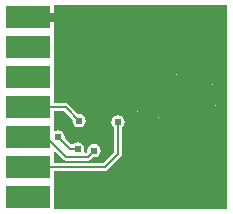
<source format=gbl>
G04 Layer_Physical_Order=2*
G04 Layer_Color=11436288*
%FSLAX25Y25*%
%MOIN*%
G70*
G01*
G75*
%ADD10R,0.15000X0.07600*%
%ADD16C,0.00600*%
%ADD20C,0.02400*%
G36*
X178929Y447724D02*
X178929Y447724D01*
Y445276D01*
X178929Y445276D01*
Y413571D01*
X121000D01*
Y422300D01*
X121000D01*
Y422700D01*
X121000D01*
Y426174D01*
X138000D01*
X138507Y426275D01*
X138937Y426563D01*
X143437Y431063D01*
X143725Y431493D01*
X143825Y432000D01*
Y440740D01*
X144086Y440914D01*
X144572Y441642D01*
X144743Y442500D01*
X144572Y443358D01*
X144086Y444086D01*
X143358Y444572D01*
X142500Y444743D01*
X141642Y444572D01*
X140914Y444086D01*
X140428Y443358D01*
X140257Y442500D01*
X140428Y441642D01*
X140914Y440914D01*
X141174Y440740D01*
Y432549D01*
X137451Y428826D01*
X121000D01*
Y432300D01*
X121000D01*
Y432418D01*
X121500Y432625D01*
X124063Y430063D01*
X124493Y429775D01*
X125000Y429674D01*
X132500D01*
X133007Y429775D01*
X133437Y430063D01*
X134193Y430818D01*
X134500Y430757D01*
X135358Y430928D01*
X136086Y431414D01*
X136572Y432142D01*
X136743Y433000D01*
X136572Y433858D01*
X136086Y434586D01*
X135358Y435072D01*
X134500Y435243D01*
X133642Y435072D01*
X132914Y434586D01*
X132428Y433858D01*
X132257Y433000D01*
X132318Y432693D01*
X131951Y432326D01*
X131417D01*
X131109Y432826D01*
X131243Y433500D01*
X131072Y434358D01*
X130586Y435086D01*
X129858Y435572D01*
X129000Y435743D01*
X128142Y435572D01*
X127414Y435086D01*
X126815Y435059D01*
X124682Y437193D01*
X124743Y437500D01*
X124572Y438358D01*
X124086Y439086D01*
X123358Y439572D01*
X122500Y439743D01*
X121642Y439572D01*
X121441Y439438D01*
X121000Y439674D01*
Y442300D01*
X121000D01*
Y442700D01*
X121000D01*
Y446174D01*
X124451D01*
X127318Y443307D01*
X127257Y443000D01*
X127428Y442142D01*
X127914Y441414D01*
X128642Y440928D01*
X129500Y440757D01*
X130358Y440928D01*
X131086Y441414D01*
X131572Y442142D01*
X131743Y443000D01*
X131572Y443858D01*
X131086Y444586D01*
X130358Y445072D01*
X129500Y445243D01*
X129193Y445182D01*
X125937Y448437D01*
X125507Y448725D01*
X125000Y448826D01*
X121000D01*
Y452300D01*
X121000D01*
Y452700D01*
X121000D01*
Y462300D01*
X121000D01*
Y462700D01*
X121000D01*
Y472300D01*
X121000D01*
Y472700D01*
X121000D01*
Y476000D01*
X112500D01*
Y479000D01*
X121000D01*
Y481429D01*
X178929D01*
Y447724D01*
D02*
G37*
%LPC*%
G36*
X152000Y446144D02*
Y446000D01*
X152144D01*
X152086Y446086D01*
X152000Y446144D01*
D02*
G37*
G36*
X149000D02*
X148914Y446086D01*
X148856Y446000D01*
X149000D01*
Y446144D01*
D02*
G37*
G36*
X178144Y445000D02*
X178000D01*
Y444856D01*
X178086Y444914D01*
X178144Y445000D01*
D02*
G37*
G36*
X174000Y452000D02*
X173856D01*
X173914Y451914D01*
X174000Y451856D01*
Y452000D01*
D02*
G37*
G36*
X178000Y448144D02*
Y448000D01*
X178144D01*
X178086Y448086D01*
X178000Y448144D01*
D02*
G37*
G36*
X175000D02*
X174914Y448086D01*
X174856Y448000D01*
X175000D01*
Y448144D01*
D02*
G37*
G36*
Y445000D02*
X174856D01*
X174914Y444914D01*
X175000Y444856D01*
Y445000D01*
D02*
G37*
G36*
X149000Y443000D02*
X148856D01*
X148914Y442914D01*
X149000Y442856D01*
Y443000D01*
D02*
G37*
G36*
X159144Y441000D02*
X159000D01*
Y440856D01*
X159086Y440914D01*
X159144Y441000D01*
D02*
G37*
G36*
X156000D02*
X155856D01*
X155914Y440914D01*
X156000Y440856D01*
Y441000D01*
D02*
G37*
G36*
X159000Y444144D02*
Y444000D01*
X159144D01*
X159086Y444086D01*
X159000Y444144D01*
D02*
G37*
G36*
X156000D02*
X155914Y444086D01*
X155856Y444000D01*
X156000D01*
Y444144D01*
D02*
G37*
G36*
X152144Y443000D02*
X152000D01*
Y442856D01*
X152086Y442914D01*
X152144Y443000D01*
D02*
G37*
G36*
X177144Y452000D02*
X177000D01*
Y451856D01*
X177086Y451914D01*
X177144Y452000D01*
D02*
G37*
G36*
X177500Y466644D02*
Y466500D01*
X177644D01*
X177586Y466586D01*
X177500Y466644D01*
D02*
G37*
G36*
X174500D02*
X174414Y466586D01*
X174356Y466500D01*
X174500D01*
Y466644D01*
D02*
G37*
G36*
X177644Y463500D02*
X177500D01*
Y463356D01*
X177586Y463414D01*
X177644Y463500D01*
D02*
G37*
G36*
X174500Y469500D02*
X174356D01*
X174414Y469414D01*
X174500Y469356D01*
Y469500D01*
D02*
G37*
G36*
X177500Y472644D02*
Y472500D01*
X177644D01*
X177586Y472586D01*
X177500Y472644D01*
D02*
G37*
G36*
X174500D02*
X174414Y472586D01*
X174356Y472500D01*
X174500D01*
Y472644D01*
D02*
G37*
G36*
X177644Y469500D02*
X177500D01*
Y469356D01*
X177586Y469414D01*
X177644Y469500D01*
D02*
G37*
G36*
X162000Y458500D02*
X161856D01*
X161914Y458414D01*
X162000Y458356D01*
Y458500D01*
D02*
G37*
G36*
X177000Y455144D02*
Y455000D01*
X177144D01*
X177086Y455086D01*
X177000Y455144D01*
D02*
G37*
G36*
X174000D02*
X173914Y455086D01*
X173856Y455000D01*
X174000D01*
Y455144D01*
D02*
G37*
G36*
X165144Y458500D02*
X165000D01*
Y458356D01*
X165086Y458414D01*
X165144Y458500D01*
D02*
G37*
G36*
X174500Y463500D02*
X174356D01*
X174414Y463414D01*
X174500Y463356D01*
Y463500D01*
D02*
G37*
G36*
X165000Y461644D02*
Y461500D01*
X165144D01*
X165086Y461586D01*
X165000Y461644D01*
D02*
G37*
G36*
X162000D02*
X161914Y461586D01*
X161856Y461500D01*
X162000D01*
Y461644D01*
D02*
G37*
%LPD*%
D10*
X112500Y477500D02*
D03*
Y467500D02*
D03*
Y457500D02*
D03*
Y447500D02*
D03*
Y437500D02*
D03*
Y427500D02*
D03*
Y417500D02*
D03*
D16*
X142500Y432000D02*
Y442500D01*
X138000Y427500D02*
X142500Y432000D01*
X112500Y427500D02*
X138000D01*
X118500Y437500D02*
X125000Y431000D01*
X132500D01*
X134500Y433000D01*
X126500Y433500D02*
X129000D01*
X122500Y437500D02*
X126500Y433500D01*
X125000Y447500D02*
X129500Y443000D01*
X112500Y447500D02*
X125000D01*
D20*
X142500Y442500D02*
D03*
X134500Y433000D02*
D03*
X129000Y433500D02*
D03*
X129500Y443000D02*
D03*
X122500Y437500D02*
D03*
X176000Y471000D02*
D03*
Y465000D02*
D03*
X150500Y444500D02*
D03*
X157500Y442500D02*
D03*
X163500Y460000D02*
D03*
X175500Y453500D02*
D03*
X176500Y446500D02*
D03*
M02*

</source>
